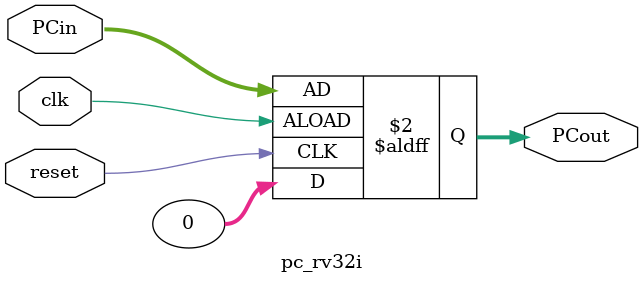
<source format=v>
module pc_rv32i #(
    parameter WIDTH = 32
) (
    input wire clk, reset,
    input wire signed [WIDTH-1:0] PCin,
    output reg signed [WIDTH-1:0] PCout
);
    always @(posedge clk or negedge reset) begin
        if (clk) 
            PCout <= PCin;
        else
            PCout <= 0;
    end
endmodule
</source>
